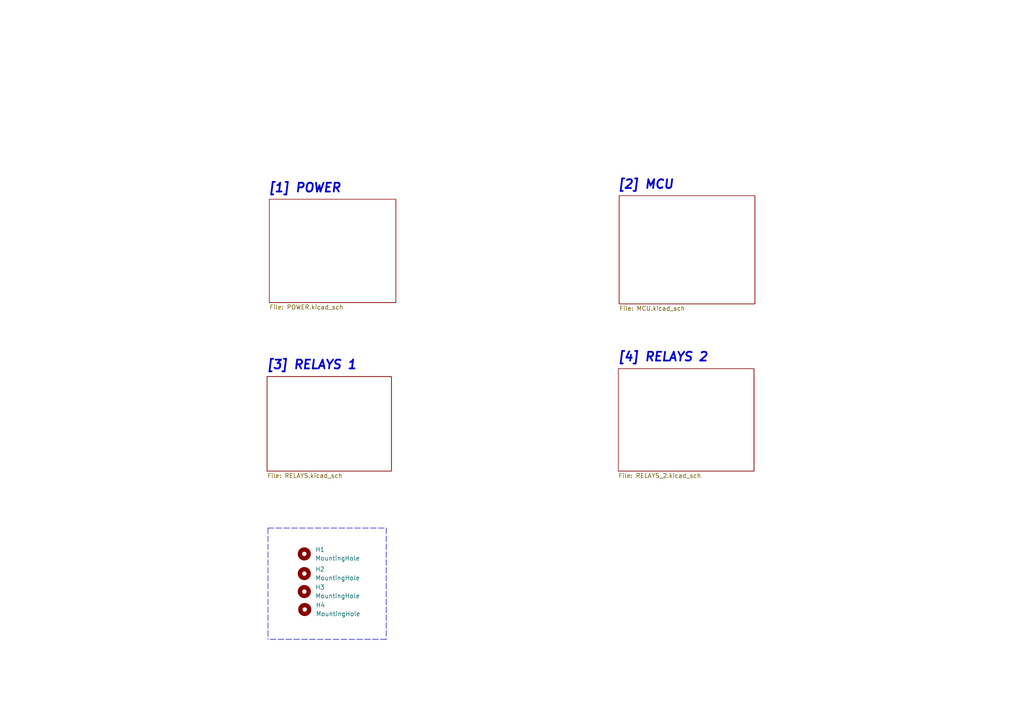
<source format=kicad_sch>
(kicad_sch (version 20211123) (generator eeschema)
  (paper "A4")
  (title_block (title "MOTHERBOARD V1") (company "WAIT N' REST"))
  (lib_symbols
    (symbol "Mechanical:MountingHole" (pin_names (offset 1.016))
      (property "Reference" "H" (at 0 5.08 0))
      (property "Value" "MountingHole" (at 0 3.175 0))
      (symbol "MountingHole_0_1"
        (circle (center 0 0) (radius 1.27) (stroke (width 1.27)))
      )
    )
  )
  (polyline (pts (xy 77.724 153.162) (xy 77.724 185.42)))
  (polyline (pts (xy 77.724 153.162) (xy 112.014 153.162)))
  (polyline (pts (xy 112.014 153.162) (xy 112.014 185.42)))
  (polyline (pts (xy 112.014 185.42) (xy 77.724 185.42)))
  (text "[2] MCU" (at 179.07 55.118 0) (effects (font (size 2.54 2.54) bold italic) (justify left bottom)))
  (text "[1] POWER" (at 77.724 56.134 0) (effects (font (size 2.54 2.54) (thickness 0.508) bold italic) (justify left bottom)))
  (text "[4] RELAYS 2\n" (at 179.07 105.156 0) (effects (font (size 2.54 2.54) (thickness 0.508) bold italic) (justify left bottom)))
  (text "[3] RELAYS 1" (at 77.216 107.442 0) (effects (font (size 2.54 2.54) (thickness 0.508) bold italic) (justify left bottom)))
  (symbol (lib_id "Mechanical:MountingHole") (at 88.265 171.577 0) (unit 1)
    (property "Reference" "H3" (at 91.44 170.3069 0) (effects (justify left)))
    (property "Value" "MountingHole" (at 91.44 172.8469 0) (effects (justify left)))
    (property "Footprint" "MountingHole:MountingHole_3.2mm_M3" (effects hide))
  )
  (symbol (lib_id "Mechanical:MountingHole") (at 88.265 166.37 0) (unit 1)
    (property "Reference" "H2" (at 91.44 165.0999 0) (effects (justify left)))
    (property "Value" "MountingHole" (at 91.44 167.6399 0) (effects (justify left)))
    (property "Footprint" "MountingHole:MountingHole_3.2mm_M3" (effects hide))
  )
  (symbol (lib_id "Mechanical:MountingHole") (at 88.392 176.784 0) (unit 1)
    (property "Reference" "H4" (at 91.567 175.5139 0) (effects (justify left)))
    (property "Value" "MountingHole" (at 91.567 178.0539 0) (effects (justify left)))
    (property "Footprint" "MountingHole:MountingHole_3.2mm_M3" (effects hide))
  )
  (symbol (lib_id "Mechanical:MountingHole") (at 88.265 160.655 0) (unit 1)
    (property "Reference" "H1" (at 91.44 159.3849 0) (effects (justify left)))
    (property "Value" "MountingHole" (at 91.44 161.9249 0) (effects (justify left)))
    (property "Footprint" "MountingHole:MountingHole_3.2mm_M3" (effects hide))
  )
  (sheet (at 77.47 109.22) (size 36.068 27.432) (stroke (width 0.1524))
    (property "Sheet name" "RELAYS" (effects hide))
    (property "Sheet file" "RELAYS.kicad_sch" (at 77.47 137.2366 0) (effects (justify left top)))
  )
  (sheet (at 78.105 57.785) (size 36.703 29.972) (stroke (width 0.1524))
    (property "Sheet name" "POWER" (effects hide))
    (property "Sheet file" "POWER.kicad_sch" (at 78.105 88.3416 0) (effects (justify left top)))
  )
  (sheet (at 179.324 106.934) (size 39.37 29.718) (stroke (width 0.1524))
    (property "Sheet name" "RELAYS_2" (effects hide))
    (property "Sheet file" "RELAYS_2.kicad_sch" (at 179.324 137.2366 0) (effects (justify left top)))
  )
  (sheet (at 179.578 56.769) (size 39.37 31.369) (stroke (width 0.1524))
    (property "Sheet name" "MCU" (effects hide))
    (property "Sheet file" "MCU.kicad_sch" (at 179.578 88.7226 0) (effects (justify left top)))
  )
)
</source>
